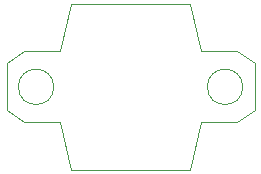
<source format=gbr>
G04 #@! TF.GenerationSoftware,KiCad,Pcbnew,7.0.1-0*
G04 #@! TF.CreationDate,2023-09-27T15:06:50-04:00*
G04 #@! TF.ProjectId,mechanical_speedo,6d656368-616e-4696-9361-6c5f73706565,rev?*
G04 #@! TF.SameCoordinates,Original*
G04 #@! TF.FileFunction,Profile,NP*
%FSLAX46Y46*%
G04 Gerber Fmt 4.6, Leading zero omitted, Abs format (unit mm)*
G04 Created by KiCad (PCBNEW 7.0.1-0) date 2023-09-27 15:06:50*
%MOMM*%
%LPD*%
G01*
G04 APERTURE LIST*
G04 #@! TA.AperFunction,Profile*
%ADD10C,0.050000*%
G04 #@! TD*
G04 APERTURE END LIST*
D10*
X6000000Y3000000D02*
X9000000Y3000000D01*
X10500000Y2000000D01*
X10500000Y-2000000D01*
X9000000Y-3000000D01*
X6000000Y-3000000D01*
X5000000Y-7000000D01*
X-5000000Y-7000000D01*
X-6000000Y-3000000D01*
X-9000000Y-3000000D01*
X-10500000Y-2000000D01*
X-10500000Y2000000D01*
X-9000000Y3000000D01*
X-6000000Y3000000D01*
X-5000000Y7000000D01*
X5000000Y7000000D01*
X6000000Y3000000D01*
X-6500000Y0D02*
G75*
G03*
X-6500000Y0I-1500000J0D01*
G01*
X9500000Y0D02*
G75*
G03*
X9500000Y0I-1500000J0D01*
G01*
M02*

</source>
